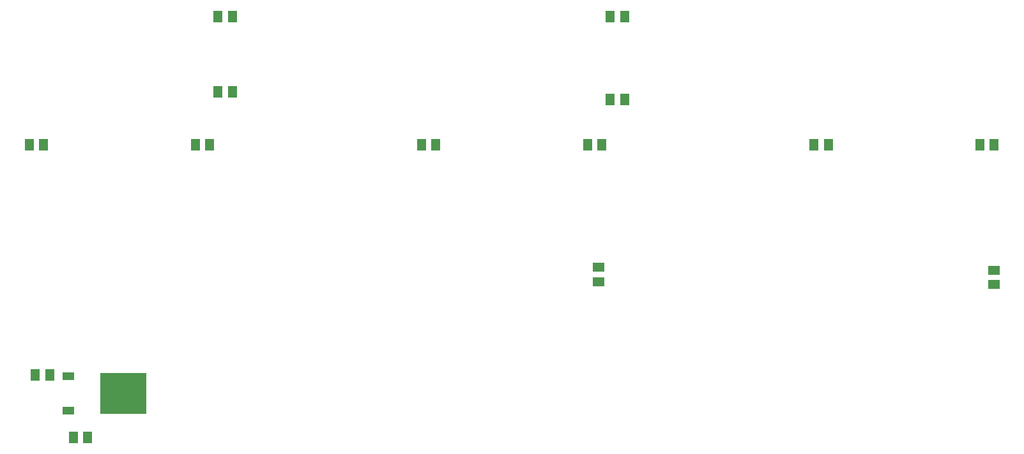
<source format=gbr>
G04 EAGLE Gerber RS-274X export*
G75*
%MOMM*%
%FSLAX34Y34*%
%LPD*%
%INSolderpaste Bottom*%
%IPPOS*%
%AMOC8*
5,1,8,0,0,1.08239X$1,22.5*%
G01*
%ADD10R,1.300000X1.500000*%
%ADD11R,6.200000X5.400000*%
%ADD12R,1.600000X1.000000*%
%ADD13R,1.500000X1.300000*%


D10*
X268070Y91110D03*
X249070Y91110D03*
X198640Y173850D03*
X217640Y173850D03*
D11*
X315000Y150000D03*
D12*
X242000Y127200D03*
X242000Y172800D03*
D10*
X190500Y480000D03*
X209500Y480000D03*
X960500Y650000D03*
X979500Y650000D03*
X410500Y480000D03*
X429500Y480000D03*
X710500Y480000D03*
X729500Y480000D03*
X930500Y480000D03*
X949500Y480000D03*
X1230500Y480000D03*
X1249500Y480000D03*
X1450500Y480000D03*
X1469500Y480000D03*
X440500Y650000D03*
X459500Y650000D03*
X440500Y550000D03*
X459500Y550000D03*
X960500Y540000D03*
X979500Y540000D03*
D13*
X944990Y317120D03*
X944990Y298120D03*
X1468930Y313310D03*
X1468930Y294310D03*
M02*

</source>
